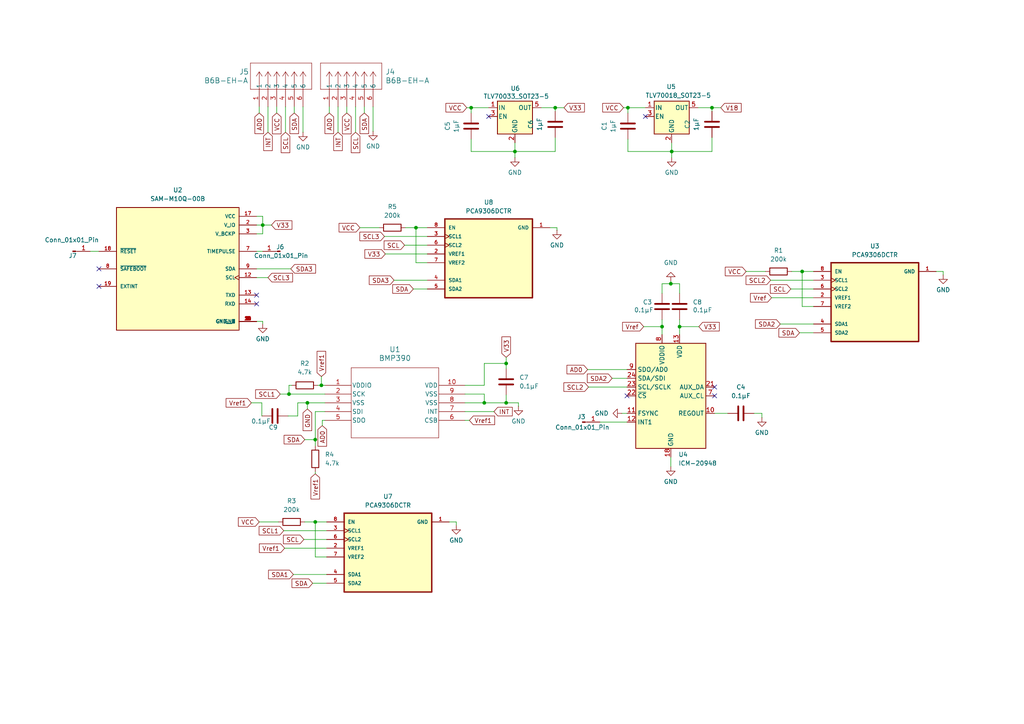
<source format=kicad_sch>
(kicad_sch (version 20231120) (generator "eeschema") (generator_version "8.0")
  (paper "A4")
  (lib_symbols
    (symbol "Connector:Conn_01x01_Pin" (pin_names (offset 1.016) hide)
      (property "Reference" "J" (at 0 2.54 0))
      (property "Value" "Conn_01x01_Pin" (at 0 -2.54 0))
      (symbol "Conn_01x01_Pin_1_1"
        (polyline (pts (xy 1.27 0) (xy 0.8636 0)) (stroke (width 0.1524)))
        (rectangle (start 0.8636 0.127) (end 0 -0.127) (stroke (width 0.1524)) (fill (type outline)))
        (pin passive line (at 5.08 0 180) (length 3.81) (name "Pin_1") (number "1"))
      )
    )
    (symbol "Device:C" (pin_numbers hide) (pin_names (offset 0.254))
      (property "Reference" "C" (at 0.635 2.54 0))
      (property "Value" "C" (at 0.635 -2.54 0))
      (symbol "C_0_1"
        (polyline (pts (xy -2.032 -0.762) (xy 2.032 -0.762)) (stroke (width 0.508)))
        (polyline (pts (xy -2.032 0.762) (xy 2.032 0.762)) (stroke (width 0.508)))
      )
      (symbol "C_1_1"
        (pin passive line (at 0 3.81 270) (length 2.794) (name "~") (number "1"))
        (pin passive line (at 0 -3.81 90) (length 2.794) (name "~") (number "2"))
      )
    )
    (symbol "Device:R" (pin_numbers hide) (pin_names (offset 0))
      (property "Reference" "R" (at 2.032 0 90))
      (property "Value" "R" (at 0 0 90))
      (symbol "R_0_1"
        (rectangle (start -1.016 -2.54) (end 1.016 2.54) (stroke (width 0.254)))
      )
      (symbol "R_1_1"
        (pin passive line (at 0 3.81 270) (length 1.27) (name "~") (number "1"))
        (pin passive line (at 0 -3.81 90) (length 1.27) (name "~") (number "2"))
      )
    )
    (symbol "Modular_Electronics_Toolkit_sym:B6B-EH-A" (pin_names (offset 0.254))
      (property "Reference" "J" (at 8.89 6.35 0))
      (property "Value" "B6B-EH-A" (at 8.89 4.064 0))
      (symbol "B6B-EH-A_1_1"
        (polyline (pts (xy 5.08 -15.24) (xy 12.7 -15.24)) (stroke (width 0.127)))
        (polyline (pts (xy 5.08 2.54) (xy 5.08 -15.24)) (stroke (width 0.127)))
        (polyline (pts (xy 10.16 -12.7) (xy 5.08 -12.7)) (stroke (width 0.127)))
        (polyline (pts (xy 10.16 -12.7) (xy 8.89 -13.5467)) (stroke (width 0.127)))
        (polyline (pts (xy 10.16 -12.7) (xy 8.89 -11.8533)) (stroke (width 0.127)))
        (polyline (pts (xy 10.16 -10.16) (xy 5.08 -10.16)) (stroke (width 0.127)))
        (polyline (pts (xy 10.16 -10.16) (xy 8.89 -11.0067)) (stroke (width 0.127)))
        (polyline (pts (xy 10.16 -10.16) (xy 8.89 -9.3133)) (stroke (width 0.127)))
        (polyline (pts (xy 10.16 -7.62) (xy 5.08 -7.62)) (stroke (width 0.127)))
        (polyline (pts (xy 10.16 -7.62) (xy 8.89 -8.4667)) (stroke (width 0.127)))
        (polyline (pts (xy 10.16 -7.62) (xy 8.89 -6.7733)) (stroke (width 0.127)))
        (polyline (pts (xy 10.16 -5.08) (xy 5.08 -5.08)) (stroke (width 0.127)))
        (polyline (pts (xy 10.16 -5.08) (xy 8.89 -5.9267)) (stroke (width 0.127)))
        (polyline (pts (xy 10.16 -5.08) (xy 8.89 -4.2333)) (stroke (width 0.127)))
        (polyline (pts (xy 10.16 -2.54) (xy 5.08 -2.54)) (stroke (width 0.127)))
        (polyline (pts (xy 10.16 -2.54) (xy 8.89 -3.3867)) (stroke (width 0.127)))
        (polyline (pts (xy 10.16 -2.54) (xy 8.89 -1.6933)) (stroke (width 0.127)))
        (polyline (pts (xy 10.16 0) (xy 5.08 0)) (stroke (width 0.127)))
        (polyline (pts (xy 10.16 0) (xy 8.89 -0.8467)) (stroke (width 0.127)))
        (polyline (pts (xy 10.16 0) (xy 8.89 0.8467)) (stroke (width 0.127)))
        (polyline (pts (xy 12.7 -15.24) (xy 12.7 2.54)) (stroke (width 0.127)))
        (polyline (pts (xy 12.7 2.54) (xy 5.08 2.54)) (stroke (width 0.127)))
        (pin unspecified line (at 0 0 0) (length 5.08) (name "1") (number "1"))
        (pin unspecified line (at 0 -2.54 0) (length 5.08) (name "2") (number "2"))
        (pin unspecified line (at 0 -5.08 0) (length 5.08) (name "3") (number "3"))
        (pin unspecified line (at 0 -7.62 0) (length 5.08) (name "4") (number "4"))
        (pin unspecified line (at 0 -10.16 0) (length 5.08) (name "5") (number "5"))
        (pin unspecified line (at 0 -12.7 0) (length 5.08) (name "6") (number "6"))
      )
      (symbol "B6B-EH-A_1_2"
        (polyline (pts (xy 5.08 -15.24) (xy 12.7 -15.24)) (stroke (width 0.127)))
        (polyline (pts (xy 5.08 2.54) (xy 5.08 -15.24)) (stroke (width 0.127)))
        (polyline (pts (xy 7.62 -12.7) (xy 5.08 -12.7)) (stroke (width 0.127)))
        (polyline (pts (xy 7.62 -12.7) (xy 8.89 -13.5467)) (stroke (width 0.127)))
        (polyline (pts (xy 7.62 -12.7) (xy 8.89 -11.8533)) (stroke (width 0.127)))
        (polyline (pts (xy 7.62 -10.16) (xy 5.08 -10.16)) (stroke (width 0.127)))
        (polyline (pts (xy 7.62 -10.16) (xy 8.89 -11.0067)) (stroke (width 0.127)))
        (polyline (pts (xy 7.62 -10.16) (xy 8.89 -9.3133)) (stroke (width 0.127)))
        (polyline (pts (xy 7.62 -7.62) (xy 5.08 -7.62)) (stroke (width 0.127)))
        (polyline (pts (xy 7.62 -7.62) (xy 8.89 -8.4667)) (stroke (width 0.127)))
        (polyline (pts (xy 7.62 -7.62) (xy 8.89 -6.7733)) (stroke (width 0.127)))
        (polyline (pts (xy 7.62 -5.08) (xy 5.08 -5.08)) (stroke (width 0.127)))
        (polyline (pts (xy 7.62 -5.08) (xy 8.89 -5.9267)) (stroke (width 0.127)))
        (polyline (pts (xy 7.62 -5.08) (xy 8.89 -4.2333)) (stroke (width 0.127)))
        (polyline (pts (xy 7.62 -2.54) (xy 5.08 -2.54)) (stroke (width 0.127)))
        (polyline (pts (xy 7.62 -2.54) (xy 8.89 -3.3867)) (stroke (width 0.127)))
        (polyline (pts (xy 7.62 -2.54) (xy 8.89 -1.6933)) (stroke (width 0.127)))
        (polyline (pts (xy 7.62 0) (xy 5.08 0)) (stroke (width 0.127)))
        (polyline (pts (xy 7.62 0) (xy 8.89 -0.8467)) (stroke (width 0.127)))
        (polyline (pts (xy 7.62 0) (xy 8.89 0.8467)) (stroke (width 0.127)))
        (polyline (pts (xy 12.7 -15.24) (xy 12.7 2.54)) (stroke (width 0.127)))
        (polyline (pts (xy 12.7 2.54) (xy 5.08 2.54)) (stroke (width 0.127)))
        (pin unspecified line (at 0 0 0) (length 5.08) (name "1") (number "1"))
        (pin unspecified line (at 0 -2.54 0) (length 5.08) (name "2") (number "2"))
        (pin unspecified line (at 0 -5.08 0) (length 5.08) (name "3") (number "3"))
        (pin unspecified line (at 0 -7.62 0) (length 5.08) (name "4") (number "4"))
        (pin unspecified line (at 0 -10.16 0) (length 5.08) (name "5") (number "5"))
        (pin unspecified line (at 0 -12.7 0) (length 5.08) (name "6") (number "6"))
      )
    )
    (symbol "Modular_Electronics_Toolkit_sym:BMP390" (pin_names (offset 0.254))
      (property "Reference" "U" (at 20.32 10.16 0))
      (property "Value" "BMP390" (at 20.32 7.62 0))
      (symbol "BMP390_0_1"
        (polyline (pts (xy 7.62 -15.24) (xy 33.02 -15.24)) (stroke (width 0.127)))
        (polyline (pts (xy 7.62 5.08) (xy 7.62 -15.24)) (stroke (width 0.127)))
        (polyline (pts (xy 33.02 -15.24) (xy 33.02 5.08)) (stroke (width 0.127)))
        (polyline (pts (xy 33.02 5.08) (xy 7.62 5.08)) (stroke (width 0.127)))
        (pin power_in line (at 0 0 0) (length 7.62) (name "VDDIO") (number "1"))
        (pin power_in line (at 40.64 0 180) (length 7.62) (name "VDD") (number "10"))
        (pin input line (at 0 -2.54 0) (length 7.62) (name "SCK") (number "2"))
        (pin power_out line (at 0 -5.08 0) (length 7.62) (name "VSS") (number "3"))
        (pin bidirectional line (at 0 -7.62 0) (length 7.62) (name "SDI") (number "4"))
        (pin bidirectional line (at 0 -10.16 0) (length 7.62) (name "SDO") (number "5"))
        (pin input line (at 40.64 -10.16 180) (length 7.62) (name "CSB") (number "6"))
        (pin input line (at 40.64 -7.62 180) (length 7.62) (name "INT") (number "7"))
        (pin power_out line (at 40.64 -5.08 180) (length 7.62) (name "VSS") (number "8"))
        (pin power_out line (at 40.64 -2.54 180) (length 7.62) (name "VSS") (number "9"))
      )
    )
    (symbol "Modular_Electronics_Toolkit_sym:PCA9306DCTR" (pin_names (offset 1.016))
      (property "Reference" "U" (at -12.7 16.24 0))
      (property "Value" "PCA9306DCTR" (at -2.54 3.556 0))
      (symbol "PCA9306DCTR_0_0"
        (rectangle (start -12.7 15.24) (end 12.7 -7.62) (stroke (width 0.41)) (fill (type background)))
        (pin power_in line (at 17.78 12.7 180) (length 5.08) (name "GND") (number "1"))
        (pin input line (at -17.78 5.08 0) (length 5.08) (name "VREF1") (number "2"))
        (pin input clock (at -17.78 10.16 0) (length 5.08) (name "SCL1") (number "3"))
        (pin bidirectional line (at -17.78 -2.54 0) (length 5.08) (name "SDA1") (number "4"))
        (pin bidirectional line (at -17.78 -5.08 0) (length 5.08) (name "SDA2") (number "5"))
        (pin input clock (at -17.78 7.62 0) (length 5.08) (name "SCL2") (number "6"))
        (pin input line (at -17.78 2.54 0) (length 5.08) (name "VREF2") (number "7"))
        (pin input line (at -17.78 12.7 0) (length 5.08) (name "EN") (number "8"))
      )
    )
    (symbol "Modular_Electronics_Toolkit_sym:SAM-M10Q-00B" (pin_names (offset 1.016))
      (property "Reference" "U" (at -17.78 18.542 0))
      (property "Value" "SAM-M10Q-00B" (at -18.034 -20.32 0))
      (symbol "SAM-M10Q-00B_0_0"
        (rectangle (start -17.78 17.78) (end 17.78 -17.78) (stroke (width 0.254)) (fill (type background)))
        (pin power_in line (at 22.86 -15.24 180) (length 5.08) (name "GND") (number "1"))
        (pin power_in line (at 22.86 -15.24 180) (length 5.08) (name "GND__4") (number "10"))
        (pin power_in line (at 22.86 -15.24 180) (length 5.08) (name "GND__5") (number "11"))
        (pin input clock (at 22.86 -2.54 180) (length 5.08) (name "SCL") (number "12"))
        (pin output line (at 22.86 -7.62 180) (length 5.08) (name "TXD") (number "13"))
        (pin input line (at 22.86 -10.16 180) (length 5.08) (name "RXD") (number "14"))
        (pin power_in line (at 22.86 -15.24 180) (length 5.08) (name "GND__6") (number "15"))
        (pin power_in line (at 22.86 -15.24 180) (length 5.08) (name "GND__7") (number "16"))
        (pin power_in line (at 22.86 15.24 180) (length 5.08) (name "VCC") (number "17"))
        (pin input line (at -22.86 5.08 0) (length 5.08) (name "~{RESET}") (number "18"))
        (pin input line (at -22.86 -5.08 0) (length 5.08) (name "EXTINT") (number "19"))
        (pin power_in line (at 22.86 12.7 180) (length 5.08) (name "V_IO") (number "2"))
        (pin power_in line (at 22.86 -15.24 180) (length 5.08) (name "GND__8") (number "20"))
        (pin power_in line (at 22.86 10.16 180) (length 5.08) (name "V_BCKP") (number "3"))
        (pin power_in line (at 22.86 -15.24 180) (length 5.08) (name "GND__1") (number "4"))
        (pin power_in line (at 22.86 -15.24 180) (length 5.08) (name "GND__2") (number "5"))
        (pin power_in line (at 22.86 -15.24 180) (length 5.08) (name "GND__3") (number "6"))
        (pin output line (at 22.86 5.08 180) (length 5.08) (name "TIMEPULSE") (number "7"))
        (pin input line (at -22.86 0 0) (length 5.08) (name "~{SAFEBOOT}") (number "8"))
        (pin bidirectional line (at 22.86 0 180) (length 5.08) (name "SDA") (number "9"))
      )
    )
    (symbol "Regulator_Linear:TLV70018_SOT23-5" (pin_names (offset 0.254))
      (property "Reference" "U" (at -3.81 5.715 0))
      (property "Value" "TLV70018_SOT23-5" (at 0 5.715 0))
      (symbol "TLV70018_SOT23-5_0_1"
        (rectangle (start -5.08 4.445) (end 5.08 -5.08) (stroke (width 0.254)) (fill (type background)))
      )
      (symbol "TLV70018_SOT23-5_1_1"
        (pin power_in line (at -7.62 2.54 0) (length 2.54) (name "IN") (number "1"))
        (pin power_in line (at 0 -7.62 90) (length 2.54) (name "GND") (number "2"))
        (pin input line (at -7.62 0 0) (length 2.54) (name "EN") (number "3"))
        (pin no_connect line (at 5.08 0 180) (length 2.54) hide (name "NC") (number "4"))
        (pin power_out line (at 7.62 2.54 180) (length 2.54) (name "OUT") (number "5"))
      )
    )
    (symbol "Regulator_Linear:TLV70033_SOT23-5" (pin_names (offset 0.254))
      (property "Reference" "U" (at -3.81 5.715 0))
      (property "Value" "TLV70033_SOT23-5" (at 0 5.715 0))
      (symbol "TLV70033_SOT23-5_0_1"
        (rectangle (start -5.08 4.445) (end 5.08 -5.08) (stroke (width 0.254)) (fill (type background)))
      )
      (symbol "TLV70033_SOT23-5_1_1"
        (pin power_in line (at -7.62 2.54 0) (length 2.54) (name "IN") (number "1"))
        (pin power_in line (at 0 -7.62 90) (length 2.54) (name "GND") (number "2"))
        (pin input line (at -7.62 0 0) (length 2.54) (name "EN") (number "3"))
        (pin no_connect line (at 5.08 0 180) (length 2.54) hide (name "NC") (number "4"))
        (pin power_out line (at 7.62 2.54 180) (length 2.54) (name "OUT") (number "5"))
      )
    )
    (symbol "Sensor_Motion:ICM-20948"
      (property "Reference" "U" (at -11.43 16.51 0))
      (property "Value" "ICM-20948" (at 7.62 -16.51 0))
      (symbol "ICM-20948_0_1"
        (rectangle (start -10.16 15.24) (end 10.16 -15.24) (stroke (width 0.254)) (fill (type background)))
      )
      (symbol "ICM-20948_1_1"
        (pin no_connect line (at -10.16 12.7 0) (length 2.54) hide (name "NC") (number "1"))
        (pin passive line (at 12.7 -5.08 180) (length 2.54) (name "REGOUT") (number "10"))
        (pin input line (at -12.7 -5.08 0) (length 2.54) (name "FSYNC") (number "11"))
        (pin output line (at -12.7 -7.62 0) (length 2.54) (name "INT1") (number "12"))
        (pin power_in line (at 2.54 17.78 270) (length 2.54) (name "VDD") (number "13"))
        (pin no_connect line (at 10.16 7.62 180) (length 2.54) hide (name "NC") (number "14"))
        (pin no_connect line (at 10.16 5.08 180) (length 2.54) hide (name "NC") (number "15"))
        (pin no_connect line (at 10.16 -7.62 180) (length 2.54) hide (name "NC") (number "16"))
        (pin no_connect line (at 10.16 -10.16 180) (length 2.54) hide (name "NC") (number "17"))
        (pin power_in line (at 0 -17.78 90) (length 2.54) (name "GND") (number "18"))
        (pin no_connect line (at 10.16 -12.7 180) (length 2.54) hide (name "RESV") (number "19"))
        (pin no_connect line (at -10.16 10.16 0) (length 2.54) hide (name "NC") (number "2"))
        (pin passive line (at 0 -17.78 90) (length 2.54) hide (name "GND") (number "20"))
        (pin bidirectional line (at 12.7 2.54 180) (length 2.54) (name "AUX_DA") (number "21"))
        (pin input line (at -12.7 0 0) (length 2.54) (name "~{CS}") (number "22"))
        (pin input line (at -12.7 2.54 0) (length 2.54) (name "SCL/SCLK") (number "23"))
        (pin bidirectional line (at -12.7 5.08 0) (length 2.54) (name "SDA/SDI") (number "24"))
        (pin no_connect line (at -10.16 -2.54 0) (length 2.54) hide (name "NC") (number "3"))
        (pin no_connect line (at -10.16 -10.16 0) (length 2.54) hide (name "NC") (number "4"))
        (pin no_connect line (at -10.16 -12.7 0) (length 2.54) hide (name "NC") (number "5"))
        (pin no_connect line (at 10.16 10.16 180) (length 2.54) hide (name "NC") (number "6"))
        (pin output line (at 12.7 0 180) (length 2.54) (name "AUX_CL") (number "7"))
        (pin power_in line (at -2.54 17.78 270) (length 2.54) (name "VDDIO") (number "8"))
        (pin bidirectional line (at -12.7 7.62 0) (length 2.54) (name "SDO/AD0") (number "9"))
      )
    )
    (symbol "power:GND" (power) (pin_numbers hide) (pin_names (offset 0) hide)
      (property "Value" "GND" (at 0 -3.81 0))
      (symbol "GND_0_1"
        (polyline (pts (xy 0 0) (xy 0 -1.27) (xy 1.27 -1.27) (xy 0 -2.54) (xy -1.27 -1.27) (xy 0 -1.27)))
      )
      (symbol "GND_1_1"
        (pin power_in line (at 0 0 270) (length 0) (name "~") (number "1"))
      )
    )
  )
  (junction (at 91.44 151.384))
  (junction (at 136.652 31.242))
  (junction (at 91.44 127.508))
  (junction (at 146.812 105.41))
  (junction (at 192.024 94.742))
  (junction (at 161.036 31.242))
  (junction (at 232.664 78.74))
  (junction (at 149.352 43.942))
  (junction (at 146.812 116.84))
  (junction (at 93.218 111.76))
  (junction (at 140.462 116.84))
  (junction (at 120.65 66.04))
  (junction (at 197.104 94.742))
  (junction (at 89.154 116.84))
  (junction (at 194.818 43.942))
  (junction (at 206.502 31.242))
  (junction (at 194.564 82.296))
  (junction (at 182.118 31.242))
  (junction (at 76.2 65.278))
  (junction (at 83.82 114.3))
  (no_connect (at 207.264 114.808))
  (no_connect (at 74.422 88.138))
  (no_connect (at 141.732 33.782))
  (no_connect (at 181.864 114.808))
  (no_connect (at 207.264 112.268))
  (no_connect (at 74.422 85.598))
  (no_connect (at 28.702 77.978))
  (no_connect (at 187.198 33.782))
  (no_connect (at 28.702 83.058))
  (wire (pts (xy 83.82 111.76) (xy 83.82 114.3)))
  (wire (pts (xy 91.44 127.508) (xy 91.44 129.286)))
  (wire (pts (xy 119.888 83.82) (xy 123.952 83.82)))
  (wire (pts (xy 117.602 66.04) (xy 120.65 66.04)))
  (wire (pts (xy 76.2 93.218) (xy 76.2 93.98)))
  (wire (pts (xy 197.104 82.296) (xy 197.104 85.09)))
  (wire (pts (xy 136.652 31.242) (xy 141.732 31.242)))
  (wire (pts (xy 103.124 30.988) (xy 103.124 38.354)))
  (wire (pts (xy 273.558 78.74) (xy 273.558 79.756)))
  (wire (pts (xy 140.462 116.84) (xy 146.812 116.84)))
  (wire (pts (xy 135.382 31.242) (xy 136.652 31.242)))
  (wire (pts (xy 89.154 116.84) (xy 94.234 116.84)))
  (wire (pts (xy 218.694 119.888) (xy 220.98 119.888)))
  (wire (pts (xy 232.664 88.9) (xy 235.966 88.9)))
  (wire (pts (xy 216.408 78.74) (xy 221.996 78.74)))
  (wire (pts (xy 206.502 31.242) (xy 202.438 31.242)))
  (wire (pts (xy 192.024 94.742) (xy 192.024 97.028)))
  (wire (pts (xy 91.44 161.544) (xy 94.742 161.544)))
  (wire (pts (xy 134.874 116.84) (xy 140.462 116.84)))
  (wire (pts (xy 194.818 41.402) (xy 194.818 43.942)))
  (wire (pts (xy 111.506 68.58) (xy 123.952 68.58)))
  (wire (pts (xy 186.69 94.742) (xy 192.024 94.742)))
  (wire (pts (xy 84.328 77.978) (xy 74.422 77.978)))
  (wire (pts (xy 161.544 66.04) (xy 161.544 66.802)))
  (wire (pts (xy 89.154 118.618) (xy 89.154 116.84)))
  (wire (pts (xy 134.874 119.38) (xy 143.256 119.38)))
  (wire (pts (xy 161.036 32.258) (xy 161.036 31.242)))
  (wire (pts (xy 229.362 83.82) (xy 235.966 83.82)))
  (wire (pts (xy 93.472 121.92) (xy 93.472 123.444)))
  (wire (pts (xy 192.024 82.296) (xy 194.564 82.296)))
  (wire (pts (xy 150.368 117.856) (xy 150.368 116.84)))
  (wire (pts (xy 95.504 30.988) (xy 95.504 32.766)))
  (wire (pts (xy 231.902 96.52) (xy 235.966 96.52)))
  (wire (pts (xy 149.352 41.402) (xy 149.352 43.942)))
  (wire (pts (xy 161.036 43.942) (xy 161.036 39.878)))
  (wire (pts (xy 74.422 72.898) (xy 76.2 72.898)))
  (wire (pts (xy 75.946 120.65) (xy 75.946 116.84)))
  (wire (pts (xy 85.344 30.988) (xy 85.344 32.766)))
  (wire (pts (xy 74.422 62.738) (xy 76.2 62.738)))
  (wire (pts (xy 170.434 107.188) (xy 181.864 107.188)))
  (wire (pts (xy 206.502 43.942) (xy 206.502 39.878)))
  (wire (pts (xy 271.526 78.74) (xy 273.558 78.74)))
  (wire (pts (xy 93.218 111.76) (xy 94.234 111.76)))
  (wire (pts (xy 94.234 121.92) (xy 93.472 121.92)))
  (wire (pts (xy 87.884 30.988) (xy 87.884 38.354)))
  (wire (pts (xy 75.946 116.84) (xy 72.898 116.84)))
  (wire (pts (xy 161.036 31.242) (xy 163.576 31.242)))
  (wire (pts (xy 83.82 114.3) (xy 94.234 114.3)))
  (wire (pts (xy 93.218 109.22) (xy 93.218 111.76)))
  (wire (pts (xy 82.55 159.004) (xy 94.742 159.004)))
  (wire (pts (xy 226.314 93.98) (xy 235.966 93.98)))
  (wire (pts (xy 194.818 45.72) (xy 194.818 43.942)))
  (wire (pts (xy 90.678 169.164) (xy 94.742 169.164)))
  (wire (pts (xy 82.296 153.924) (xy 94.742 153.924)))
  (wire (pts (xy 132.334 151.384) (xy 132.334 152.4)))
  (wire (pts (xy 182.118 32.766) (xy 182.118 31.242)))
  (wire (pts (xy 86.36 120.65) (xy 83.566 120.65)))
  (wire (pts (xy 134.874 111.76) (xy 140.462 111.76)))
  (wire (pts (xy 140.462 111.76) (xy 140.462 105.41)))
  (wire (pts (xy 173.99 122.428) (xy 181.864 122.428)))
  (wire (pts (xy 76.2 65.278) (xy 76.2 62.738)))
  (wire (pts (xy 197.104 94.742) (xy 197.104 97.028)))
  (wire (pts (xy 77.724 80.518) (xy 74.422 80.518)))
  (wire (pts (xy 104.394 66.04) (xy 109.982 66.04)))
  (wire (pts (xy 76.2 67.818) (xy 76.2 65.278)))
  (wire (pts (xy 232.664 78.74) (xy 232.664 88.9)))
  (wire (pts (xy 26.162 72.898) (xy 28.702 72.898)))
  (wire (pts (xy 206.502 31.242) (xy 209.042 31.242)))
  (wire (pts (xy 159.512 66.04) (xy 161.544 66.04)))
  (wire (pts (xy 120.65 66.04) (xy 123.952 66.04)))
  (wire (pts (xy 134.874 121.92) (xy 136.144 121.92)))
  (wire (pts (xy 207.264 119.888) (xy 211.074 119.888)))
  (wire (pts (xy 197.104 92.71) (xy 197.104 94.742)))
  (wire (pts (xy 146.812 116.84) (xy 146.812 114.554)))
  (wire (pts (xy 149.352 43.942) (xy 161.036 43.942)))
  (wire (pts (xy 182.118 31.242) (xy 187.198 31.242)))
  (wire (pts (xy 146.812 105.41) (xy 146.812 106.934)))
  (wire (pts (xy 91.44 151.384) (xy 91.44 161.544)))
  (wire (pts (xy 86.36 116.84) (xy 89.154 116.84)))
  (wire (pts (xy 140.462 114.3) (xy 140.462 116.84)))
  (wire (pts (xy 130.302 151.384) (xy 132.334 151.384)))
  (wire (pts (xy 220.98 121.158) (xy 220.98 119.888)))
  (wire (pts (xy 180.34 119.888) (xy 181.864 119.888)))
  (wire (pts (xy 76.2 65.278) (xy 78.74 65.278)))
  (wire (pts (xy 80.264 30.988) (xy 80.264 32.766)))
  (wire (pts (xy 194.564 132.588) (xy 194.564 135.382)))
  (wire (pts (xy 114.3 81.28) (xy 123.952 81.28)))
  (wire (pts (xy 120.65 76.2) (xy 123.952 76.2)))
  (wire (pts (xy 229.616 78.74) (xy 232.664 78.74)))
  (wire (pts (xy 91.44 137.414) (xy 91.44 136.906)))
  (wire (pts (xy 117.348 71.12) (xy 123.952 71.12)))
  (wire (pts (xy 182.118 40.386) (xy 182.118 43.942)))
  (wire (pts (xy 192.024 82.296) (xy 192.024 85.09)))
  (wire (pts (xy 136.652 43.942) (xy 149.352 43.942)))
  (wire (pts (xy 134.874 114.3) (xy 140.462 114.3)))
  (wire (pts (xy 206.502 32.258) (xy 206.502 31.242)))
  (wire (pts (xy 82.804 30.988) (xy 82.804 38.354)))
  (wire (pts (xy 194.818 43.942) (xy 206.502 43.942)))
  (wire (pts (xy 108.204 30.988) (xy 108.204 38.1)))
  (wire (pts (xy 94.234 119.38) (xy 91.44 119.38)))
  (wire (pts (xy 149.352 45.72) (xy 149.352 43.942)))
  (wire (pts (xy 75.184 30.988) (xy 75.184 32.766)))
  (wire (pts (xy 74.422 67.818) (xy 76.2 67.818)))
  (wire (pts (xy 161.036 31.242) (xy 156.972 31.242)))
  (wire (pts (xy 140.462 105.41) (xy 146.812 105.41)))
  (wire (pts (xy 98.044 30.988) (xy 98.044 38.354)))
  (wire (pts (xy 74.422 65.278) (xy 76.2 65.278)))
  (wire (pts (xy 182.118 43.942) (xy 194.818 43.942)))
  (wire (pts (xy 177.546 109.728) (xy 181.864 109.728)))
  (wire (pts (xy 100.584 30.988) (xy 100.584 32.766)))
  (wire (pts (xy 136.652 32.766) (xy 136.652 31.242)))
  (wire (pts (xy 197.104 82.296) (xy 194.564 82.296)))
  (wire (pts (xy 81.28 114.3) (xy 83.82 114.3)))
  (wire (pts (xy 85.09 166.624) (xy 94.742 166.624)))
  (wire (pts (xy 91.44 119.38) (xy 91.44 127.508)))
  (wire (pts (xy 111.76 73.66) (xy 123.952 73.66)))
  (wire (pts (xy 180.848 31.242) (xy 182.118 31.242)))
  (wire (pts (xy 232.664 78.74) (xy 235.966 78.74)))
  (wire (pts (xy 197.104 94.742) (xy 202.692 94.742)))
  (wire (pts (xy 223.52 81.28) (xy 235.966 81.28)))
  (wire (pts (xy 86.36 116.84) (xy 86.36 120.65)))
  (wire (pts (xy 88.392 151.384) (xy 91.44 151.384)))
  (wire (pts (xy 192.024 92.71) (xy 192.024 94.742)))
  (wire (pts (xy 92.202 111.76) (xy 93.218 111.76)))
  (wire (pts (xy 84.582 111.76) (xy 83.82 111.76)))
  (wire (pts (xy 136.652 40.386) (xy 136.652 43.942)))
  (wire (pts (xy 194.564 81.534) (xy 194.564 82.296)))
  (wire (pts (xy 75.184 151.384) (xy 80.772 151.384)))
  (wire (pts (xy 105.664 30.988) (xy 105.664 32.766)))
  (wire (pts (xy 120.65 66.04) (xy 120.65 76.2)))
  (wire (pts (xy 170.688 112.268) (xy 181.864 112.268)))
  (wire (pts (xy 223.774 86.36) (xy 235.966 86.36)))
  (wire (pts (xy 91.44 151.384) (xy 94.742 151.384)))
  (wire (pts (xy 88.138 156.464) (xy 94.742 156.464)))
  (wire (pts (xy 88.392 127.508) (xy 91.44 127.508)))
  (wire (pts (xy 146.812 103.632) (xy 146.812 105.41)))
  (wire (pts (xy 74.422 93.218) (xy 76.2 93.218)))
  (wire (pts (xy 77.724 30.988) (xy 77.724 38.354)))
  (wire (pts (xy 146.812 116.84) (xy 150.368 116.84)))
  (global_label "SDA2" (shape input) (at 226.314 93.98 180) (property "Intersheetrefs" "${INTERSHEET_REFS}" (effects (hide yes))))
  (global_label "V18" (shape input) (at 209.042 31.242 0) (property "Intersheetrefs" "${INTERSHEET_REFS}" (effects (hide yes))))
  (global_label "AD0" (shape input) (at 95.504 32.766 270) (property "Intersheetrefs" "${INTERSHEET_REFS}" (effects (hide yes))))
  (global_label "SCL" (shape input) (at 229.362 83.82 180) (property "Intersheetrefs" "${INTERSHEET_REFS}" (effects (hide yes))))
  (global_label "AD0" (shape input) (at 93.472 123.444 270) (property "Intersheetrefs" "${INTERSHEET_REFS}" (effects (hide yes))))
  (global_label "V33" (shape input) (at 202.692 94.742 0) (property "Intersheetrefs" "${INTERSHEET_REFS}" (effects (hide yes))))
  (global_label "Vref1" (shape input) (at 82.55 159.004 180) (property "Intersheetrefs" "${INTERSHEET_REFS}" (effects (hide yes))))
  (global_label "Vref" (shape input) (at 223.774 86.36 180) (property "Intersheetrefs" "${INTERSHEET_REFS}" (effects (hide yes))))
  (global_label "SCL" (shape input) (at 103.124 38.354 270) (property "Intersheetrefs" "${INTERSHEET_REFS}" (effects (hide yes))))
  (global_label "INT" (shape input) (at 143.256 119.38 0) (property "Intersheetrefs" "${INTERSHEET_REFS}" (effects (hide yes))))
  (global_label "SCL3" (shape input) (at 111.506 68.58 180) (property "Intersheetrefs" "${INTERSHEET_REFS}" (effects (hide yes))))
  (global_label "Vref1" (shape input) (at 136.144 121.92 0) (property "Intersheetrefs" "${INTERSHEET_REFS}" (effects (hide yes))))
  (global_label "Vref1" (shape input) (at 72.898 116.84 180) (property "Intersheetrefs" "${INTERSHEET_REFS}" (effects (hide yes))))
  (global_label "SCL2" (shape input) (at 223.52 81.28 180) (property "Intersheetrefs" "${INTERSHEET_REFS}" (effects (hide yes))))
  (global_label "VCC" (shape input) (at 100.584 32.766 270) (property "Intersheetrefs" "${INTERSHEET_REFS}" (effects (hide yes))))
  (global_label "SDA" (shape input) (at 90.678 169.164 180) (property "Intersheetrefs" "${INTERSHEET_REFS}" (effects (hide yes))))
  (global_label "SDA3" (shape input) (at 84.328 77.978 0) (property "Intersheetrefs" "${INTERSHEET_REFS}" (effects (hide yes))))
  (global_label "SCL1" (shape input) (at 81.28 114.3 180) (property "Intersheetrefs" "${INTERSHEET_REFS}" (effects (hide yes))))
  (global_label "SDA" (shape input) (at 119.888 83.82 180) (property "Intersheetrefs" "${INTERSHEET_REFS}" (effects (hide yes))))
  (global_label "V33" (shape input) (at 163.576 31.242 0) (property "Intersheetrefs" "${INTERSHEET_REFS}" (effects (hide yes))))
  (global_label "GND" (shape input) (at 89.154 118.618 270) (property "Intersheetrefs" "${INTERSHEET_REFS}" (effects (hide yes))))
  (global_label "SDA2" (shape input) (at 177.546 109.728 180) (property "Intersheetrefs" "${INTERSHEET_REFS}" (effects (hide yes))))
  (global_label "V33" (shape input) (at 146.812 103.632 90) (property "Intersheetrefs" "${INTERSHEET_REFS}" (effects (hide yes))))
  (global_label "SCL2" (shape input) (at 170.688 112.268 180) (property "Intersheetrefs" "${INTERSHEET_REFS}" (effects (hide yes))))
  (global_label "VCC" (shape input) (at 104.394 66.04 180) (property "Intersheetrefs" "${INTERSHEET_REFS}" (effects (hide yes))))
  (global_label "Vref" (shape input) (at 186.69 94.742 180) (property "Intersheetrefs" "${INTERSHEET_REFS}" (effects (hide yes))))
  (global_label "SDA1" (shape input) (at 85.09 166.624 180) (property "Intersheetrefs" "${INTERSHEET_REFS}" (effects (hide yes))))
  (global_label "V33" (shape input) (at 78.74 65.278 0) (property "Intersheetrefs" "${INTERSHEET_REFS}" (effects (hide yes))))
  (global_label "VCC" (shape input) (at 80.264 32.766 270) (property "Intersheetrefs" "${INTERSHEET_REFS}" (effects (hide yes))))
  (global_label "SDA3" (shape input) (at 114.3 81.28 180) (property "Intersheetrefs" "${INTERSHEET_REFS}" (effects (hide yes))))
  (global_label "VCC" (shape input) (at 75.184 151.384 180) (property "Intersheetrefs" "${INTERSHEET_REFS}" (effects (hide yes))))
  (global_label "V33" (shape input) (at 111.76 73.66 180) (property "Intersheetrefs" "${INTERSHEET_REFS}" (effects (hide yes))))
  (global_label "SCL1" (shape input) (at 82.296 153.924 180) (property "Intersheetrefs" "${INTERSHEET_REFS}" (effects (hide yes))))
  (global_label "Vref1" (shape input) (at 93.218 109.22 90) (property "Intersheetrefs" "${INTERSHEET_REFS}" (effects (hide yes))))
  (global_label "SCL3" (shape input) (at 77.724 80.518 0) (property "Intersheetrefs" "${INTERSHEET_REFS}" (effects (hide yes))))
  (global_label "INT" (shape input) (at 98.044 38.354 270) (property "Intersheetrefs" "${INTERSHEET_REFS}" (effects (hide yes))))
  (global_label "AD0" (shape input) (at 170.434 107.188 180) (property "Intersheetrefs" "${INTERSHEET_REFS}" (effects (hide yes))))
  (global_label "INT" (shape input) (at 77.724 38.354 270) (property "Intersheetrefs" "${INTERSHEET_REFS}" (effects (hide yes))))
  (global_label "SDA" (shape input) (at 88.392 127.508 180) (property "Intersheetrefs" "${INTERSHEET_REFS}" (effects (hide yes))))
  (global_label "VCC" (shape input) (at 216.408 78.74 180) (property "Intersheetrefs" "${INTERSHEET_REFS}" (effects (hide yes))))
  (global_label "VCC" (shape input) (at 180.848 31.242 180) (property "Intersheetrefs" "${INTERSHEET_REFS}" (effects (hide yes))))
  (global_label "SDA" (shape input) (at 105.664 32.766 270) (property "Intersheetrefs" "${INTERSHEET_REFS}" (effects (hide yes))))
  (global_label "SCL" (shape input) (at 117.348 71.12 180) (property "Intersheetrefs" "${INTERSHEET_REFS}" (effects (hide yes))))
  (global_label "SDA" (shape input) (at 231.902 96.52 180) (property "Intersheetrefs" "${INTERSHEET_REFS}" (effects (hide yes))))
  (global_label "SDA" (shape input) (at 85.344 32.766 270) (property "Intersheetrefs" "${INTERSHEET_REFS}" (effects (hide yes))))
  (global_label "AD0" (shape input) (at 75.184 32.766 270) (property "Intersheetrefs" "${INTERSHEET_REFS}" (effects (hide yes))))
  (global_label "Vref1" (shape input) (at 91.44 137.414 270) (property "Intersheetrefs" "${INTERSHEET_REFS}" (effects (hide yes))))
  (global_label "SCL" (shape input) (at 88.138 156.464 180) (property "Intersheetrefs" "${INTERSHEET_REFS}" (effects (hide yes))))
  (global_label "SCL" (shape input) (at 82.804 38.354 270) (property "Intersheetrefs" "${INTERSHEET_REFS}" (effects (hide yes))))
  (global_label "VCC" (shape input) (at 135.382 31.242 180) (property "Intersheetrefs" "${INTERSHEET_REFS}" (effects (hide yes))))
  (symbol (lib_id "power:GND") (at 132.334 152.4 0) (unit 1)
    (property "Reference" "#PWR013" (effects (hide yes)))
    (property "Value" "GND" (at 132.334 156.718 0))
    (property "Description" "Power symbol creates a global label with name \"GND\" , ground" (effects (hide yes)))
  )
  (symbol (lib_id "Device:C") (at 197.104 88.9 0) (unit 1)
    (property "Reference" "C8" (at 200.914 87.6299 0) (effects (justify left)))
    (property "Value" "0.1µF" (at 200.914 89.916 0) (effects (justify left)))
    (property "Footprint" "Capacitor_SMD:C_0603_1608Metric" (effects (hide yes)))
    (property "Description" "Unpolarized capacitor" (effects (hide yes)))
  )
  (symbol (lib_id "power:GND") (at 76.2 93.98 0) (unit 1)
    (property "Reference" "#PWR03" (effects (hide yes)))
    (property "Value" "GND" (at 76.2 98.298 0))
    (property "Description" "Power symbol creates a global label with name \"GND\" , ground" (effects (hide yes)))
  )
  (symbol (lib_id "Device:C") (at 214.884 119.888 90) (unit 1)
    (property "Reference" "C4" (at 214.884 112.268 90))
    (property "Value" "0.1µF" (at 214.884 114.808 90))
    (property "Footprint" "Capacitor_SMD:C_0603_1608Metric" (effects (hide yes)))
    (property "Description" "Unpolarized capacitor" (effects (hide yes)))
  )
  (symbol (lib_id "Modular_Electronics_Toolkit_sym:PCA9306DCTR") (at 112.522 164.084 0) (unit 1)
    (property "Reference" "U7" (at 112.522 144.018 0))
    (property "Value" "PCA9306DCTR" (at 112.522 146.558 0))
    (property "Footprint" "Modular_Electronics_Toolkit_Footprints:SOP65P400X130-8N" (effects (hide yes)))
  )
  (symbol (lib_id "Device:C") (at 182.118 36.576 180) (unit 1)
    (property "Reference" "C1" (at 175.26 36.576 90))
    (property "Value" "1µF" (at 177.8 36.576 90))
    (property "Footprint" "Capacitor_SMD:C_0603_1608Metric" (effects (hide yes)))
    (property "Description" "Unpolarized capacitor" (effects (hide yes)))
  )
  (symbol (lib_id "power:GND") (at 149.352 45.72 0) (unit 1)
    (property "Reference" "#PWR012" (effects (hide yes)))
    (property "Value" "GND" (at 149.352 50.038 0))
    (property "Description" "Power symbol creates a global label with name \"GND\" , ground" (effects (hide yes)))
  )
  (symbol (lib_id "Device:R") (at 113.792 66.04 90) (unit 1)
    (property "Reference" "R5" (at 113.792 59.944 90))
    (property "Value" "200k" (at 113.792 62.484 90))
    (property "Footprint" "Resistor_SMD:R_0603_1608Metric" (effects (hide yes)))
    (property "Description" "Resistor" (effects (hide yes)))
  )
  (symbol (lib_id "Device:C") (at 79.756 120.65 90) (unit 1)
    (property "Reference" "C9" (at 79.248 123.952 90))
    (property "Value" "0.1µF" (at 75.692 122.174 90))
    (property "Footprint" "Capacitor_SMD:C_0603_1608Metric" (effects (hide yes)))
    (property "Description" "Unpolarized capacitor" (effects (hide yes)))
  )
  (symbol (lib_id "Connector:Conn_01x01_Pin") (at 21.082 72.898 0) (unit 1)
    (property "Reference" "J7" (at 21.082 74.168 0))
    (property "Value" "Conn_01x01_Pin" (at 20.828 69.596 0))
    (property "Footprint" "Connector_PinHeader_2.54mm:PinHeader_1x01_P2.54mm_Vertical" (effects (hide yes)))
    (property "Description" "Generic connector, single row, 01x01, script generated" (effects (hide yes)))
  )
  (symbol (lib_id "power:GND") (at 161.544 66.802 0) (unit 1)
    (property "Reference" "#PWR04" (effects (hide yes)))
    (property "Value" "GND" (at 161.544 71.12 0))
    (property "Description" "Power symbol creates a global label with name \"GND\" , ground" (effects (hide yes)))
  )
  (symbol (lib_id "Modular_Electronics_Toolkit_sym:PCA9306DCTR") (at 141.732 78.74 0) (unit 1)
    (property "Reference" "U8" (at 141.732 58.674 0))
    (property "Value" "PCA9306DCTR" (at 141.732 61.214 0))
    (property "Footprint" "Modular_Electronics_Toolkit_Footprints:SOP65P400X130-8N" (effects (hide yes)))
  )
  (symbol (lib_id "Device:C") (at 192.024 88.9 0) (unit 1)
    (property "Reference" "C3" (at 186.436 87.63 0) (effects (justify left)))
    (property "Value" "0.1µF" (at 183.896 89.916 0) (effects (justify left)))
    (property "Footprint" "Capacitor_SMD:C_0603_1608Metric" (effects (hide yes)))
    (property "Description" "Unpolarized capacitor" (effects (hide yes)))
  )
  (symbol (lib_id "power:GND") (at 194.564 81.534 180) (unit 1)
    (property "Reference" "#PWR09" (effects (hide yes)))
    (property "Value" "GND" (at 194.564 76.2 0))
    (property "Description" "Power symbol creates a global label with name \"GND\" , ground" (effects (hide yes)))
  )
  (symbol (lib_id "power:GND") (at 194.818 45.72 0) (unit 1)
    (property "Reference" "#PWR011" (effects (hide yes)))
    (property "Value" "GND" (at 194.818 50.038 0))
    (property "Description" "Power symbol creates a global label with name \"GND\" , ground" (effects (hide yes)))
  )
  (symbol (lib_id "power:GND") (at 150.368 117.856 0) (unit 1)
    (property "Reference" "#PWR05" (effects (hide yes)))
    (property "Value" "GND" (at 150.368 122.174 0))
    (property "Description" "Power symbol creates a global label with name \"GND\" , ground" (effects (hide yes)))
  )
  (symbol (lib_id "Regulator_Linear:TLV70033_SOT23-5") (at 149.352 33.782 0) (unit 1)
    (property "Reference" "U6" (at 148.082 25.654 0) (effects (justify left)))
    (property "Value" "TLV70033_SOT23-5" (at 140.208 27.94 0) (effects (justify left)))
    (property "Footprint" "Package_TO_SOT_SMD:SOT-23-5" (effects (hide yes)))
    (property "Datasheet" "http://www.ti.com/lit/ds/symlink/tlv700.pdf" (effects (hide yes)))
    (property "Description" "200mA Low Dropout Voltage Regulator, Fixed Output 3.3V, SOT-23-5" (effects (hide yes)))
  )
  (symbol (lib_id "Device:C") (at 146.812 110.744 180) (unit 1)
    (property "Reference" "C7" (at 150.622 109.4739 0) (effects (justify right)))
    (property "Value" "0.1µF" (at 150.622 112.0139 0) (effects (justify right)))
    (property "Footprint" "Capacitor_SMD:C_0603_1608Metric" (effects (hide yes)))
    (property "Description" "Unpolarized capacitor" (effects (hide yes)))
  )
  (symbol (lib_id "power:GND") (at 87.884 38.354 0) (unit 1)
    (property "Reference" "#PWR01" (effects (hide yes)))
    (property "Value" "GND" (at 87.884 42.672 0))
    (property "Description" "Power symbol creates a global label with name \"GND\" , ground" (effects (hide yes)))
  )
  (symbol (lib_id "Device:C") (at 206.502 36.068 180) (unit 1)
    (property "Reference" "C2" (at 199.39 36.068 90))
    (property "Value" "1µF" (at 201.93 36.068 90))
    (property "Footprint" "Capacitor_SMD:C_0603_1608Metric" (effects (hide yes)))
    (property "Description" "Unpolarized capacitor" (effects (hide yes)))
  )
  (symbol (lib_id "Device:R") (at 88.392 111.76 270) (unit 1)
    (property "Reference" "R2" (at 88.392 105.41 90))
    (property "Value" "4.7k" (at 88.392 107.95 90))
    (property "Footprint" "Resistor_SMD:R_0603_1608Metric" (effects (hide yes)))
    (property "Description" "Resistor" (effects (hide yes)))
  )
  (symbol (lib_id "Device:R") (at 84.582 151.384 90) (unit 1)
    (property "Reference" "R3" (at 84.582 145.288 90))
    (property "Value" "200k" (at 84.582 147.828 90))
    (property "Footprint" "Resistor_SMD:R_0603_1608Metric" (effects (hide yes)))
    (property "Description" "Resistor" (effects (hide yes)))
  )
  (symbol (lib_id "Modular_Electronics_Toolkit_sym:B6B-EH-A") (at 75.184 30.988 90) (unit 1)
    (property "Reference" "J5" (at 69.342 20.828 90) (effects (font (size 1.524 1.524)) (justify right)))
    (property "Value" "B6B-EH-A" (at 59.182 23.368 90) (effects (font (size 1.524 1.524)) (justify right)))
    (property "Footprint" "Connector_JST:JST_EH_B6B-EH-A_1x06_P2.50mm_Vertical" (effects (hide yes)))
    (property "Datasheet" "B6B-EH-A" (effects (hide yes)))
  )
  (symbol (lib_id "Device:C") (at 136.652 36.576 180) (unit 1)
    (property "Reference" "C5" (at 129.794 36.576 90))
    (property "Value" "1µF" (at 132.334 36.576 90))
    (property "Footprint" "Capacitor_SMD:C_0603_1608Metric" (effects (hide yes)))
    (property "Description" "Unpolarized capacitor" (effects (hide yes)))
  )
  (symbol (lib_id "Device:R") (at 91.44 133.096 0) (unit 1)
    (property "Reference" "R4" (at 94.234 131.8259 0) (effects (justify left)))
    (property "Value" "4.7k" (at 94.234 134.3659 0) (effects (justify left)))
    (property "Footprint" "Resistor_SMD:R_0603_1608Metric" (effects (hide yes)))
    (property "Description" "Resistor" (effects (hide yes)))
  )
  (symbol (lib_id "Sensor_Motion:ICM-20948") (at 194.564 114.808 0) (unit 1)
    (property "Reference" "U4" (at 196.7581 131.826 0) (effects (justify left)))
    (property "Value" "ICM-20948" (at 196.7581 134.366 0) (effects (justify left)))
    (property "Footprint" "Sensor_Motion:InvenSense_QFN-24_3x3mm_P0.4mm" (effects (hide yes)))
    (property "Datasheet" "http://www.invensense.com/wp-content/uploads/2016/06/DS-000189-ICM-20948-v1.3.pdf" (effects (hide yes)))
    (property "Description" "InvenSense 9-Axis Motion Sensor, Accelerometer, Gyroscope, Compass, I2C/SPI, QFN-24" (effects (hide yes)))
  )
  (symbol (lib_id "power:GND") (at 194.564 135.382 0) (unit 1)
    (property "Reference" "#PWR08" (effects (hide yes)))
    (property "Value" "GND" (at 194.564 139.7 0))
    (property "Description" "Power symbol creates a global label with name \"GND\" , ground" (effects (hide yes)))
  )
  (symbol (lib_id "power:GND") (at 180.34 119.888 270) (unit 1)
    (property "Reference" "#PWR06" (effects (hide yes)))
    (property "Value" "GND" (at 176.53 119.8879 90) (effects (justify right)))
    (property "Description" "Power symbol creates a global label with name \"GND\" , ground" (effects (hide yes)))
  )
  (symbol (lib_id "Device:C") (at 161.036 36.068 180) (unit 1)
    (property "Reference" "C6" (at 153.924 36.068 90))
    (property "Value" "1µF" (at 156.464 36.068 90))
    (property "Footprint" "Capacitor_SMD:C_0603_1608Metric" (effects (hide yes)))
    (property "Description" "Unpolarized capacitor" (effects (hide yes)))
  )
  (symbol (lib_id "power:GND") (at 108.204 38.1 0) (unit 1)
    (property "Reference" "#PWR02" (effects (hide yes)))
    (property "Value" "GND" (at 108.204 42.418 0))
    (property "Description" "Power symbol creates a global label with name \"GND\" , ground" (effects (hide yes)))
  )
  (symbol (lib_id "Connector:Conn_01x01_Pin") (at 168.91 122.428 0) (unit 1)
    (property "Reference" "J3" (at 168.656 120.904 0))
    (property "Value" "Conn_01x01_Pin" (at 168.91 123.952 0))
    (property "Footprint" "Connector_PinHeader_2.54mm:PinHeader_1x01_P2.54mm_Vertical" (effects (hide yes)))
    (property "Description" "Generic connector, single row, 01x01, script generated" (effects (hide yes)))
  )
  (symbol (lib_id "Device:R") (at 225.806 78.74 90) (unit 1)
    (property "Reference" "R1" (at 225.806 72.644 90))
    (property "Value" "200k" (at 225.806 75.184 90))
    (property "Footprint" "Resistor_SMD:R_0603_1608Metric" (effects (hide yes)))
    (property "Description" "Resistor" (effects (hide yes)))
  )
  (symbol (lib_id "Modular_Electronics_Toolkit_sym:SAM-M10Q-00B") (at 51.562 77.978 0) (unit 1)
    (property "Reference" "U2" (at 51.562 55.118 0))
    (property "Value" "SAM-M10Q-00B" (at 51.562 57.658 0))
    (property "Footprint" "Modular_Electronics_Toolkit_Footprints:XCVR_SAM-M10Q-00B" (effects (hide yes)))
    (property "PARTREV" "R03" (effects (hide yes)))
    (property "MANUFACTURER" "u-blox" (effects (hide yes)))
    (property "STANDARD" "Manufacturer Recommendations" (effects (hide yes)))
    (property "MAXIMUM_PACKAGE_HEIGHT" "6.8mm" (effects (hide yes)))
    (property "SNAPEDA_PN" "SAM-M10Q-00B" (effects (hide yes)))
  )
  (symbol (lib_id "power:GND") (at 273.558 79.756 0) (unit 1)
    (property "Reference" "#PWR010" (effects (hide yes)))
    (property "Value" "GND" (at 273.558 84.074 0))
    (property "Description" "Power symbol creates a global label with name \"GND\" , ground" (effects (hide yes)))
  )
  (symbol (lib_id "Modular_Electronics_Toolkit_sym:B6B-EH-A") (at 95.504 30.988 90) (unit 1)
    (property "Reference" "J4" (at 111.76 20.8279 90) (effects (font (size 1.524 1.524)) (justify right)))
    (property "Value" "B6B-EH-A" (at 111.76 23.3679 90) (effects (font (size 1.524 1.524)) (justify right)))
    (property "Footprint" "Connector_JST:JST_EH_B6B-EH-A_1x06_P2.50mm_Vertical" (effects (hide yes)))
    (property "Datasheet" "B6B-EH-A" (effects (hide yes)))
  )
  (symbol (lib_id "Modular_Electronics_Toolkit_sym:PCA9306DCTR") (at 253.746 91.44 0) (unit 1)
    (property "Reference" "U3" (at 253.746 71.374 0))
    (property "Value" "PCA9306DCTR" (at 253.746 73.914 0))
    (property "Footprint" "Modular_Electronics_Toolkit_Footprints:SOP65P400X130-8N" (effects (hide yes)))
  )
  (symbol (lib_id "Connector:Conn_01x01_Pin") (at 81.28 72.898 180) (unit 1)
    (property "Reference" "J6" (at 81.28 71.628 0))
    (property "Value" "Conn_01x01_Pin" (at 81.534 74.168 0))
    (property "Footprint" "Connector_PinHeader_2.54mm:PinHeader_1x01_P2.54mm_Vertical" (effects (hide yes)))
    (property "Description" "Generic connector, single row, 01x01, script generated" (effects (hide yes)))
  )
  (symbol (lib_id "power:GND") (at 220.98 121.158 0) (unit 1)
    (property "Reference" "#PWR07" (effects (hide yes)))
    (property "Value" "GND" (at 220.98 125.476 0))
    (property "Description" "Power symbol creates a global label with name \"GND\" , ground" (effects (hide yes)))
  )
  (symbol (lib_id "Regulator_Linear:TLV70018_SOT23-5") (at 194.818 33.782 0) (unit 1)
    (property "Reference" "U5" (at 193.294 25.146 0) (effects (justify left)))
    (property "Value" "TLV70018_SOT23-5" (at 187.198 27.686 0) (effects (justify left)))
    (property "Footprint" "Package_TO_SOT_SMD:SOT-23-5" (effects (hide yes)))
    (property "Datasheet" "http://www.ti.com/lit/ds/symlink/tlv700.pdf" (effects (hide yes)))
    (property "Description" "200mA Low Dropout Voltage Regulator, Fixed Output 1.8V, SOT-23-5" (effects (hide yes)))
  )
  (symbol (lib_id "Modular_Electronics_Toolkit_sym:BMP390") (at 94.234 111.76 0) (unit 1)
    (property "Reference" "U1" (at 114.554 101.346 0) (effects (font (size 1.524 1.524))))
    (property "Value" "BMP390" (at 114.554 103.886 0) (effects (font (size 1.524 1.524))))
    (property "Footprint" "Modular_Electronics_Toolkit_Footprints:10LGA_2X2X0p75_BOS" (effects (hide yes)))
    (property "Datasheet" "BMP390" (effects (hide yes)))
  )
)
</source>
